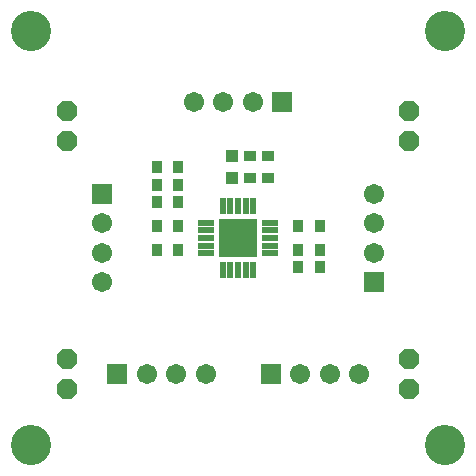
<source format=gts>
G75*
%MOIN*%
%OFA0B0*%
%FSLAX25Y25*%
%IPPOS*%
%LPD*%
%AMOC8*
5,1,8,0,0,1.08239X$1,22.5*
%
%ADD10R,0.12611X0.12611*%
%ADD11R,0.05524X0.02178*%
%ADD12R,0.02178X0.05524*%
%ADD13R,0.03543X0.04331*%
%ADD14R,0.04331X0.03543*%
%ADD15R,0.04331X0.04331*%
%ADD16R,0.06706X0.06706*%
%ADD17C,0.06706*%
%ADD18C,0.13398*%
%ADD19OC8,0.06706*%
D10*
X0126875Y0093520D03*
D11*
X0137505Y0093520D03*
X0137505Y0096079D03*
X0137505Y0098638D03*
X0137505Y0090961D03*
X0137505Y0088402D03*
X0116245Y0088402D03*
X0116245Y0090961D03*
X0116245Y0093520D03*
X0116245Y0096079D03*
X0116245Y0098638D03*
D12*
X0121757Y0104150D03*
X0124316Y0104150D03*
X0126875Y0104150D03*
X0129434Y0104150D03*
X0131993Y0104150D03*
X0131993Y0082890D03*
X0129434Y0082890D03*
X0126875Y0082890D03*
X0124316Y0082890D03*
X0121757Y0082890D03*
D13*
X0106796Y0089583D03*
X0099710Y0089583D03*
X0099710Y0097457D03*
X0099710Y0105331D03*
X0099710Y0111236D03*
X0099710Y0117142D03*
X0106796Y0117142D03*
X0106796Y0111236D03*
X0106796Y0105331D03*
X0106796Y0097457D03*
X0146954Y0097457D03*
X0154040Y0097457D03*
X0154040Y0089583D03*
X0154040Y0083677D03*
X0146954Y0083677D03*
X0146954Y0089583D03*
D14*
X0136718Y0113598D03*
X0130812Y0113598D03*
X0130812Y0120685D03*
X0136718Y0120685D03*
D15*
X0124907Y0120685D03*
X0124907Y0113598D03*
D16*
X0141639Y0138795D03*
X0172151Y0078756D03*
X0137702Y0048244D03*
X0086521Y0048244D03*
X0081599Y0108283D03*
D17*
X0081599Y0098441D03*
X0081599Y0088598D03*
X0081599Y0078756D03*
X0096363Y0048244D03*
X0106206Y0048244D03*
X0116048Y0048244D03*
X0147544Y0048244D03*
X0157387Y0048244D03*
X0167229Y0048244D03*
X0172151Y0088598D03*
X0172151Y0098441D03*
X0172151Y0108283D03*
X0131796Y0138795D03*
X0121954Y0138795D03*
X0112111Y0138795D03*
D18*
X0057977Y0024622D03*
X0057977Y0162417D03*
X0195773Y0162417D03*
X0195773Y0024622D03*
D19*
X0183867Y0043244D03*
X0183867Y0053244D03*
X0183867Y0125921D03*
X0183867Y0135921D03*
X0069883Y0135921D03*
X0069883Y0125921D03*
X0069883Y0053244D03*
X0069883Y0043244D03*
M02*

</source>
